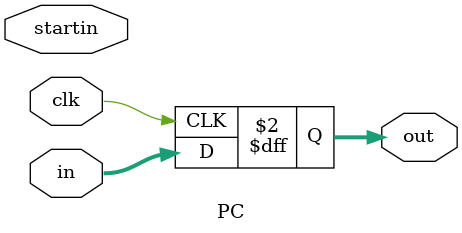
<source format=v>
module PC (
    input [31:0] in,
    input clk,
    input startin,
    output reg [31:0] out
);

  always @(posedge clk) begin
    if (startin) out <= 32'b0;
    out <= in;
  end
endmodule

</source>
